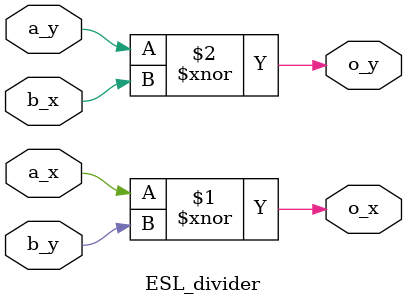
<source format=sv>
`include "sys_defs.svh"

module ESL_divider(
    input a_x, a_y, b_x, b_y,

    output o_x, o_y
);

    assign o_x = a_x ~^ b_y;
    assign o_y = a_y ~^ b_x;

endmodule

</source>
